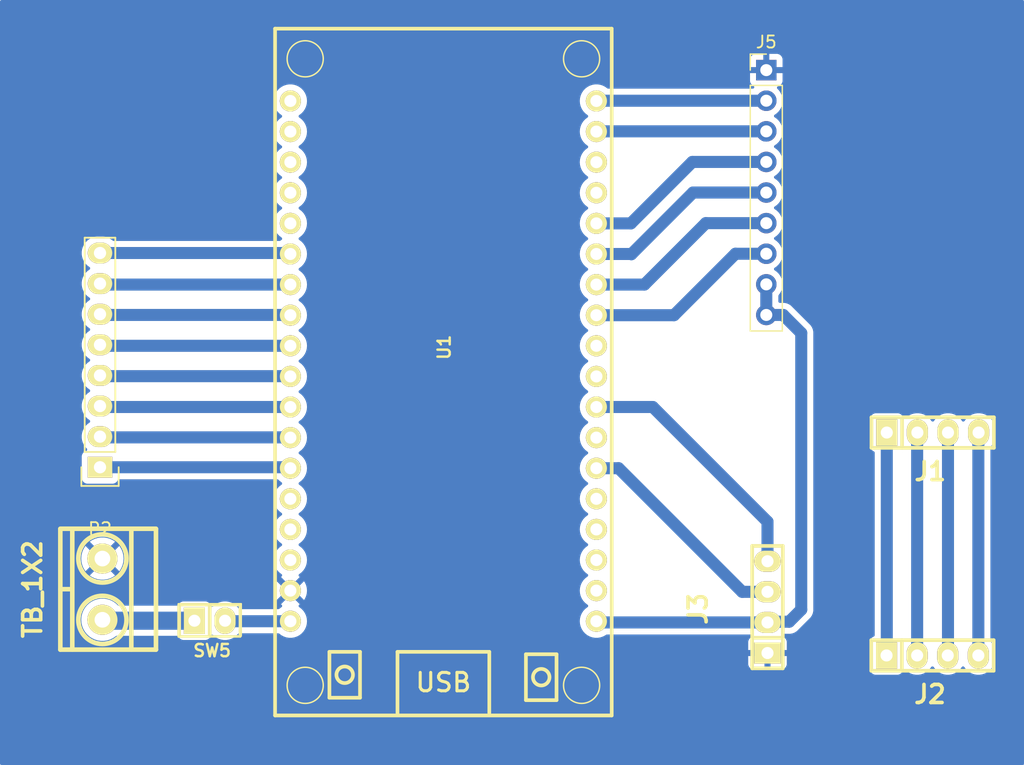
<source format=kicad_pcb>
(kicad_pcb (version 20240108) (generator "pcbnew") (generator_version "8.0")
  (layers (0 "F.Cu" signal) (31 "B.Cu" signal) (34 "B.Paste" user) (35 "F.Paste" user) (36 "B.SilkS" user "B.Silkscreen") (37 "F.SilkS" user "F.Silkscreen") (38 "B.Mask" user) (39 "F.Mask" user) (44 "Edge.Cuts" user))
  (net 0 "")
  (net 1 "Net-(J1-Pin_4)")
  (net 2 "Net-(J1-Pin_2)")
  (net 3 "Net-(J1-Pin_3)")
  (net 4 "Net-(J1-Pin_1)")
  (net 5 "SCK(HX711)")
  (net 6 "D(HX711)")
  (net 7 "GND")
  (net 8 "+3.3V")
  (net 9 "SDI(MOSI)")
  (net 10 "SCK")
  (net 11 "CS")
  (net 12 "RST")
  (net 13 "D{slash}C")
  (net 14 "D6")
  (net 15 "D5")
  (net 16 "D4")
  (net 17 "D1")
  (net 18 "D7")
  (net 19 "D2")
  (net 20 "D3")
  (net 21 "D8")
  (net 22 "VCC")
  (net 23 "Net-(U1-VIN)")
  (net 40 "SDI(MISO)")
  (footprint "EESTN5:pin_strip_4" (layer "F.Cu") (at 197.41 114.4)
    (property "Reference" "J1" (at -0.2032 3.2258 0) (layer "F.SilkS") (effects (font (size 1.5 1.5) (thickness 0.3))))
    (property "Value" "Conn_01x04" (hide yes))
    (fp_line (start -5.08 -1.27) (end 5.08 -1.27) (stroke (width 0.3048)) (layer "F.SilkS"))
    (fp_line (start -5.08 1.27) (end -5.08 -1.27) (stroke (width 0.3048)) (layer "F.SilkS"))
    (fp_line (start -2.54 -1.27) (end -2.54 1.27) (stroke (width 0.3048)) (layer "F.SilkS"))
    (fp_line (start 5.08 -1.27) (end 5.08 1.27) (stroke (width 0.3048)) (layer "F.SilkS"))
    (fp_line (start 5.08 1.27) (end -5.08 1.27) (stroke (width 0.3048)) (layer "F.SilkS"))
    (pad "1" thru_hole rect (at -3.81 0) (size 1.75 2.2) (drill 1.00076) (layers "*.Cu" "*.Mask" "F.SilkS") (net 4 "Net-(J1-Pin_1)"))
    (pad "2" thru_hole oval (at -1.27 0) (size 1.75 2.2) (drill 1.00076) (layers "*.Cu" "*.Mask" "F.SilkS") (net 2 "Net-(J1-Pin_2)"))
    (pad "3" thru_hole oval (at 1.27 0) (size 1.75 2.2) (drill 1.00076) (layers "*.Cu" "*.Mask" "F.SilkS") (net 3 "Net-(J1-Pin_3)"))
    (pad "4" thru_hole oval (at 3.81 0) (size 1.75 2.2) (drill 1.00076) (layers "*.Cu" "*.Mask" "F.SilkS") (net 1 "Net-(J1-Pin_4)"))
  )
  (footprint "EESTN5:pin_strip_4" (layer "F.Cu") (at 183.7 128.89 90)
    (property "Reference" "J3" (at -0.1432 -5.7742 90) (layer "F.SilkS") (effects (font (size 1.5 1.5) (thickness 0.3))))
    (property "Value" "Conn_01x04" (hide yes))
    (fp_line (start 5.08 -1.27) (end 5.08 1.27) (stroke (width 0.3048)) (layer "F.SilkS"))
    (fp_line (start -2.54 -1.27) (end -2.54 1.27) (stroke (width 0.3048)) (layer "F.SilkS"))
    (fp_line (start -5.08 -1.27) (end 5.08 -1.27) (stroke (width 0.3048)) (layer "F.SilkS"))
    (fp_line (start 5.08 1.27) (end -5.08 1.27) (stroke (width 0.3048)) (layer "F.SilkS"))
    (fp_line (start -5.08 1.27) (end -5.08 -1.27) (stroke (width 0.3048)) (layer "F.SilkS"))
    (pad "1" thru_hole rect (at -3.81 0 90) (size 1.75 2.2) (drill 1.00076) (layers "*.Cu" "*.Mask" "F.SilkS") (net 7 "GND"))
    (pad "2" thru_hole oval (at -1.27 0 90) (size 1.75 2.2) (drill 1.00076) (layers "*.Cu" "*.Mask" "F.SilkS") (net 8 "+3.3V"))
    (pad "3" thru_hole oval (at 1.27 0 90) (size 1.75 2.2) (drill 1.00076) (layers "*.Cu" "*.Mask" "F.SilkS") (net 5 "SCK(HX711)"))
    (pad "4" thru_hole oval (at 3.81 0 90) (size 1.75 2.2) (drill 1.00076) (layers "*.Cu" "*.Mask" "F.SilkS") (net 6 "D(HX711)"))
  )
  (footprint "EESTN5:Pin_Header_Straight_1x08" (layer "F.Cu") (at 128.3 117.28 180)
    (property "Reference" "P2" (at 0 -5.1 0) (layer "F.SilkS"))
    (property "Value" "Tablero")
    (fp_line (start 1.55 -1.55) (end 1.55 0) (stroke (width 0.15)) (layer "F.SilkS"))
    (fp_line (start 1.27 19.05) (end -1.27 19.05) (stroke (width 0.15)) (layer "F.SilkS"))
    (fp_line (start 1.27 1.27) (end 1.27 19.05) (stroke (width 0.15)) (layer "F.SilkS"))
    (fp_line (start 1.27 1.27) (end -1.27 1.27) (stroke (width 0.15)) (layer "F.SilkS"))
    (fp_line (start -1.27 19.05) (end -1.27 1.27) (stroke (width 0.15)) (layer "F.SilkS"))
    (fp_line (start -1.55 0) (end -1.55 -1.55) (stroke (width 0.15)) (layer "F.SilkS"))
    (fp_line (start -1.55 -1.55) (end 1.55 -1.55) (stroke (width 0.15)) (layer "F.SilkS"))
    (pad "1" thru_hole rect (at 0 0 180) (size 2.032 1.7272) (drill 1.016) (layers "*.Cu" "*.Mask" "F.SilkS") (net 17 "D1"))
    (pad "2" thru_hole oval (at 0 2.54 180) (size 2.032 1.7272) (drill 1.016) (layers "*.Cu" "*.Mask" "F.SilkS") (net 19 "D2"))
    (pad "3" thru_hole oval (at 0 5.08 180) (size 2.032 1.7272) (drill 1.016) (layers "*.Cu" "*.Mask" "F.SilkS") (net 20 "D3"))
    (pad "4" thru_hole oval (at 0 7.62 180) (size 2.032 1.7272) (drill 1.016) (layers "*.Cu" "*.Mask" "F.SilkS") (net 16 "D4"))
    (pad "5" thru_hole oval (at 0 10.16 180) (size 2.032 1.7272) (drill 1.016) (layers "*.Cu" "*.Mask" "F.SilkS") (net 15 "D5"))
    (pad "6" thru_hole oval (at 0 12.7 180) (size 2.032 1.7272) (drill 1.016) (layers "*.Cu" "*.Mask" "F.SilkS") (net 14 "D6"))
    (pad "7" thru_hole oval (at 0 15.24 180) (size 2.032 1.7272) (drill 1.016) (layers "*.Cu" "*.Mask" "F.SilkS") (net 18 "D7"))
    (pad "8" thru_hole oval (at 0 17.78 180) (size 2.032 1.7272) (drill 1.016) (layers "*.Cu" "*.Mask" "F.SilkS") (net 21 "D8"))
  )
  (footprint "EESTN5:BORNERA2_AZUL" (layer "F.Cu") (at 128.5 127.4 -90)
    (property "Reference" "J4" (hide yes))
    (property "Value" "TB_1X2" (at 0 5.8 90) (layer "F.SilkS") (effects (font (size 1.5 1.5) (thickness 0.3))))
    (fp_line (start -4.9835 3.4925) (end 5.0165 3.4925) (stroke (width 0.381)) (layer "F.SilkS"))
    (fp_line (start 5.0165 3.4925) (end 5.0165 -4.445) (stroke (width 0.381)) (layer "F.SilkS"))
    (fp_line (start 0 2.54) (end 0 3.4845) (stroke (width 0.381)) (layer "F.SilkS"))
    (fp_line (start -5 2.5) (end 5 2.5) (stroke (width 0.381)) (layer "F.SilkS"))
    (fp_line (start -5 -2.4) (end 5 -2.4) (stroke (width 0.381)) (layer "F.SilkS"))
    (fp_line (start -5.0165 -4.445) (end -5.0165 3.4925) (stroke (width 0.381)) (layer "F.SilkS"))
    (fp_line (start 5.0165 -4.445) (end -4.9835 -4.445) (stroke (width 0.381)) (layer "F.SilkS"))
    (fp_circle (center -2.55 0) (end -0.55 0) (stroke (width 0.381)) (fill none) (layer "F.SilkS"))
    (fp_circle (center 2.55 0) (end 0.55 0) (stroke (width 0.381)) (fill none) (layer "F.SilkS"))
    (pad "1" thru_hole circle (at -2.54 0 270) (size 2.5 2.5) (drill 1.3) (layers "*.Cu" "*.Mask" "F.SilkS") (net 7 "GND"))
    (pad "2" thru_hole circle (at 2.54 0 270) (size 2.5 2.5) (drill 1.3) (layers "*.Cu" "*.Mask" "F.SilkS") (net 22 "VCC"))
  )
  (footprint "EESTN5:ESP32_DEVKIT_V1_DOIT" (layer "F.Cu") (at 156.8 107.2 -90)
    (property "Reference" "U1" (at 0.127 -0.0635 90) (layer "F.SilkS") (effects (font (size 1.016 1.016) (thickness 0.2032))))
    (property "Value" "ESP32_DevKit_V1_DOIT" (hide yes))
    (fp_line (start -26.32 13.97) (end 30.68 13.97) (stroke (width 0.3048)) (layer "F.SilkS"))
    (fp_line (start 30.68 13.97) (end 30.68 -13.97) (stroke (width 0.3048)) (layer "F.SilkS"))
    (fp_line (start 25.4 9.46) (end 25.4 6.92) (stroke (width 0.3048)) (layer "F.SilkS"))
    (fp_line (start 29.21 9.46) (end 25.4 9.46) (stroke (width 0.3048)) (layer "F.SilkS"))
    (fp_line (start 25.4 6.92) (end 29.21 6.92) (stroke (width 0.3048)) (layer "F.SilkS"))
    (fp_line (start 29.21 6.92) (end 29.21 9.46) (stroke (width 0.3048)) (layer "F.SilkS"))
    (fp_line (start 25.4 3.81) (end 30.48 3.81) (stroke (width 0.3048)) (layer "F.SilkS"))
    (fp_line (start 25.4 -3.81) (end 25.4 3.81) (stroke (width 0.3048)) (layer "F.SilkS"))
    (fp_line (start 30.48 -3.81) (end 25.4 -3.81) (stroke (width 0.3048)) (layer "F.SilkS"))
    (fp_line (start 25.6 -6.85) (end 29.41 -6.85) (stroke (width 0.3048)) (layer "F.SilkS"))
    (fp_line (start 29.41 -6.85) (end 29.41 -9.39) (stroke (width 0.3048)) (layer "F.SilkS"))
    (fp_line (start 25.6 -9.39) (end 25.6 -6.85) (stroke (width 0.3048)) (layer "F.SilkS"))
    (fp_line (start 29.41 -9.39) (end 25.6 -9.39) (stroke (width 0.3048)) (layer "F.SilkS"))
    (fp_line (start -26.32 -13.97) (end -26.32 13.97) (stroke (width 0.3048)) (layer "F.SilkS"))
    (fp_line (start -26.32 -13.97) (end 30.68 -13.97) (stroke (width 0.3048)) (layer "F.SilkS"))
    (fp_circle (center -23.82 11.47) (end -22.32 11.47) (stroke (width 0.12)) (fill none) (layer "F.SilkS"))
    (fp_circle (center 28.18 11.47) (end 29.68 11.47) (stroke (width 0.12)) (fill none) (layer "F.SilkS"))
    (fp_circle (center 27.305 8.19) (end 27.8765 8.571) (stroke (width 0.3048)) (fill none) (layer "F.SilkS"))
    (fp_circle (center 27.505 -8.12) (end 28.0765 -7.739) (stroke (width 0.3048)) (fill none) (layer "F.SilkS"))
    (fp_circle (center -23.82 -11.47) (end -22.32 -11.47) (stroke (width 0.12)) (fill none) (layer "F.SilkS"))
    (fp_circle (center 28.18 -11.47) (end 29.68 -11.47) (stroke (width 0.12)) (fill none) (layer "F.SilkS"))
    (fp_text user "USB" (at 27.94 0 0) (layer "F.SilkS") (effects (font (size 1.524 1.524) (thickness 0.254))))
    (pad "1" thru_hole circle (at -20.32 12.7 90) (size 1.75 1.75) (drill 1) (layers "*.Cu" "*.Mask" "F.SilkS"))
    (pad "2" thru_hole circle (at -17.78 12.7 90) (size 1.75 1.75) (drill 1) (layers "*.Cu" "*.Mask" "F.SilkS"))
    (pad "3" thru_hole circle (at -15.24 12.7 90) (size 1.75 1.75) (drill 1) (layers "*.Cu" "*.Mask" "F.SilkS"))
    (pad "4" thru_hole circle (at -12.7 12.7 90) (size 1.75 1.75) (drill 1) (layers "*.Cu" "*.Mask" "F.SilkS"))
    (pad "5" thru_hole circle (at -10.16 12.7 90) (size 1.75 1.75) (drill 1) (layers "*.Cu" "*.Mask" "F.SilkS"))
    (pad "6" thru_hole circle (at -7.62 12.7 90) (size 1.75 1.75) (drill 1) (layers "*.Cu" "*.Mask" "F.SilkS") (net 21 "D8"))
    (pad "7" thru_hole circle (at -5.08 12.7 90) (size 1.75 1.75) (drill 1) (layers "*.Cu" "*.Mask" "F.SilkS") (net 18 "D7"))
    (pad "8" thru_hole circle (at -2.54 12.7 90) (size 1.75 1.75) (drill 1) (layers "*.Cu" "*.Mask" "F.SilkS") (net 14 "D6"))
    (pad "9" thru_hole circle (at 0 12.7 90) (size 1.75 1.75) (drill 1) (layers "*.Cu" "*.Mask" "F.SilkS") (net 15 "D5"))
    (pad "10" thru_hole circle (at 2.54 12.7 90) (size 1.75 1.75) (drill 1) (layers "*.Cu" "*.Mask" "F.SilkS") (net 16 "D4"))
    (pad "11" thru_hole circle (at 5.08 12.7 90) (size 1.75 1.75) (drill 1) (layers "*.Cu" "*.Mask" "F.SilkS") (net 20 "D3"))
    (pad "12" thru_hole circle (at 7.62 12.7 90) (size 1.75 1.75) (drill 1) (layers "*.Cu" "*.Mask" "F.SilkS") (net 19 "D2"))
    (pad "13" thru_hole circle (at 10.16 12.7 90) (size 1.75 1.75) (drill 1) (layers "*.Cu" "*.Mask" "F.SilkS") (net 17 "D1"))
    (pad "14" thru_hole circle (at 12.7 12.7 90) (size 1.75 1.75) (drill 1) (layers "*.Cu" "*.Mask" "F.SilkS"))
    (pad "15" thru_hole circle (at 15.24 12.7 90) (size 1.75 1.75) (drill 1) (layers "*.Cu" "*.Mask" "F.SilkS"))
    (pad "16" thru_hole circle (at 17.78 12.7 90) (size 1.75 1.75) (drill 1) (layers "*.Cu" "*.Mask" "F.SilkS"))
    (pad "17" thru_hole circle (at 20.32 12.7 90) (size 1.75 1.75) (drill 1) (layers "*.Cu" "*.Mask" "F.SilkS") (net 7 "GND"))
    (pad "18" thru_hole circle (at 22.86 12.7 90) (size 1.75 1.75) (drill 1) (layers "*.Cu" "*.Mask" "F.SilkS") (net 23 "Net-(U1-VIN)"))
    (pad "19" thru_hole circle (at 22.86 -12.7 90) (size 1.75 1.75) (drill 1) (layers "*.Cu" "*.Mask" "F.SilkS") (net 8 "+3.3V"))
    (pad "20" thru_hole circle (at 20.32 -12.7 90) (size 1.75 1.75) (drill 1) (layers "*.Cu" "*.Mask" "F.SilkS"))
    (pad "21" thru_hole circle (at 17.78 -12.7 90) (size 1.75 1.75) (drill 1) (layers "*.Cu" "*.Mask" "F.SilkS"))
    (pad "22" thru_hole circle (at 15.24 -12.7 90) (size 1.75 1.75) (drill 1) (layers "*.Cu" "*.Mask" "F.SilkS"))
    (pad "23" thru_hole circle (at 12.7 -12.7 90) (size 1.75 1.75) (drill 1) (layers "*.Cu" "*.Mask" "F.SilkS"))
    (pad "24" thru_hole circle (at 10.16 -12.7 90) (size 1.75 1.75) (drill 1) (layers "*.Cu" "*.Mask" "F.SilkS") (net 5 "SCK(HX711)"))
    (pad "25" thru_hole circle (at 7.62 -12.7 90) (size 1.75 1.75) (drill 1) (layers "*.Cu" "*.Mask" "F.SilkS"))
    (pad "26" thru_hole circle (at 5.08 -12.7 90) (size 1.75 1.75) (drill 1) (layers "*.Cu" "*.Mask" "F.SilkS") (net 6 "D(HX711)"))
    (pad "27" thru_hole circle (at 2.54 -12.7 90) (size 1.75 1.75) (drill 1) (layers "*.Cu" "*.Mask" "F.SilkS"))
    (pad "28" thru_hole circle (at 0 -12.7 90) (size 1.75 1.75) (drill 1) (layers "*.Cu" "*.Mask" "F.SilkS"))
    (pad "29" thru_hole circle (at -2.54 -12.7 90) (size 1.75 1.75) (drill 1) (layers "*.Cu" "*.Mask" "F.SilkS") (net 11 "CS"))
    (pad "30" thru_hole circle (at -5.08 -12.7 90) (size 1.75 1.75) (drill 1) (layers "*.Cu" "*.Mask" "F.SilkS") (net 10 "SCK"))
    (pad "31" thru_hole circle (at -7.62 -12.7 90) (size 1.75 1.75) (drill 1) (layers "*.Cu" "*.Mask" "F.SilkS") (net 40 "SDI(MISO)"))
    (pad "32" thru_hole circle (at -10.16 -12.7 90) (size 1.75 1.75) (drill 1) (layers "*.Cu" "*.Mask" "F.SilkS") (net 12 "RST"))
    (pad "33" thru_hole circle (at -12.7 -12.7 90) (size 1.75 1.75) (drill 1) (layers "*.Cu" "*.Mask" "F.SilkS"))
    (pad "34" thru_hole circle (at -15.24 -12.7 90) (size 1.75 1.75) (drill 1) (layers "*.Cu" "*.Mask" "F.SilkS"))
    (pad "35" thru_hole circle (at -17.78 -12.7 90) (size 1.75 1.75) (drill 1) (layers "*.Cu" "*.Mask" "F.SilkS") (net 13 "D{slash}C"))
    (pad "36" thru_hole circle (at -20.32 -12.7 90) (size 1.75 1.75) (drill 1) (layers "*.Cu" "*.Mask" "F.SilkS") (net 9 "SDI(MOSI)"))
  )
  (footprint "EESTN5:pin_strip_4" (layer "F.Cu") (at 197.39 132.9)
    (property "Reference" "J2" (at -0.2032 3.2258 0) (layer "F.SilkS") (effects (font (size 1.5 1.5) (thickness 0.3))))
    (property "Value" "Conn_01x04" (hide yes))
    (fp_line (start -5.08 -1.27) (end 5.08 -1.27) (stroke (width 0.3048)) (layer "F.SilkS"))
    (fp_line (start -5.08 1.27) (end -5.08 -1.27) (stroke (width 0.3048)) (layer "F.SilkS"))
    (fp_line (start -2.54 -1.27) (end -2.54 1.27) (stroke (width 0.3048)) (layer "F.SilkS"))
    (fp_line (start 5.08 -1.27) (end 5.08 1.27) (stroke (width 0.3048)) (layer "F.SilkS"))
    (fp_line (start 5.08 1.27) (end -5.08 1.27) (stroke (width 0.3048)) (layer "F.SilkS"))
    (pad "1" thru_hole rect (at -3.81 0) (size 1.75 2.2) (drill 1.00076) (layers "*.Cu" "*.Mask" "F.SilkS") (net 4 "Net-(J1-Pin_1)"))
    (pad "2" thru_hole oval (at -1.27 0) (size 1.75 2.2) (drill 1.00076) (layers "*.Cu" "*.Mask" "F.SilkS") (net 2 "Net-(J1-Pin_2)"))
    (pad "3" thru_hole oval (at 1.27 0) (size 1.75 2.2) (drill 1.00076) (layers "*.Cu" "*.Mask" "F.SilkS") (net 3 "Net-(J1-Pin_3)"))
    (pad "4" thru_hole oval (at 3.81 0) (size 1.75 2.2) (drill 1.00076) (layers "*.Cu" "*.Mask" "F.SilkS") (net 1 "Net-(J1-Pin_4)"))
  )
  (footprint "Connector_PinHeader_2.54mm:PinHeader_1x09_P2.54mm_Vertical" (layer "F.Cu") (at 183.6 84.32)
    (property "Reference" "J5" (at 0 -2.33 0) (layer "F.SilkS"))
    (property "Value" "ILI9341")
    (fp_line (start -1.33 -1.33) (end 0 -1.33) (stroke (width 0.12)) (layer "F.SilkS"))
    (fp_line (start -1.33 0) (end -1.33 -1.33) (stroke (width 0.12)) (layer "F.SilkS"))
    (fp_line (start -1.33 1.27) (end -1.33 21.65) (stroke (width 0.12)) (layer "F.SilkS"))
    (fp_line (start -1.33 1.27) (end 1.33 1.27) (stroke (width 0.12)) (layer "F.SilkS"))
    (fp_line (start -1.33 21.65) (end 1.33 21.65) (stroke (width 0.12)) (layer "F.SilkS"))
    (fp_line (start 1.33 1.27) (end 1.33 21.65) (stroke (width 0.12)) (layer "F.SilkS"))
    (pad "1" thru_hole rect (at 0 0) (size 1.7 1.7) (drill 1) (layers "*.Cu" "*.Mask") (net 7 "GND"))
    (pad "2" thru_hole oval (at 0 2.54) (size 1.7 1.7) (drill 1) (layers "*.Cu" "*.Mask") (net 9 "SDI(MOSI)"))
    (pad "3" thru_hole oval (at 0 5.08) (size 1.7 1.7) (drill 1) (layers "*.Cu" "*.Mask") (net 13 "D{slash}C"))
    (pad "4" thru_hole oval (at 0 7.62) (size 1.7 1.7) (drill 1) (layers "*.Cu" "*.Mask") (net 12 "RST"))
    (pad "5" thru_hole oval (at 0 10.16) (size 1.7 1.7) (drill 1) (layers "*.Cu" "*.Mask") (net 40 "SDI(MISO)"))
    (pad "6" thru_hole oval (at 0 12.7) (size 1.7 1.7) (drill 1) (layers "*.Cu" "*.Mask") (net 10 "SCK"))
    (pad "7" thru_hole oval (at 0 15.24) (size 1.7 1.7) (drill 1) (layers "*.Cu" "*.Mask") (net 11 "CS"))
    (pad "8" thru_hole oval (at 0 17.78) (size 1.7 1.7) (drill 1) (layers "*.Cu" "*.Mask") (net 8 "+3.3V"))
    (pad "9" thru_hole oval (at 0 20.32) (size 1.7 1.7) (drill 1) (layers "*.Cu" "*.Mask") (net 8 "+3.3V"))
  )
  (footprint "EESTN5:Pin_Header_2" (layer "F.Cu") (at 137.40695 129.7)
    (property "Reference" "SW5" (at 0.2 2.8 0) (layer "F.SilkS") (effects (font (size 1.016 1.016) (thickness 0.2032))))
    (property "Value" "SW_Push" (hide yes))
    (fp_line (start -2.6035 -0.889) (end -2.6035 -1.0795) (stroke (width 0.15)) (layer "F.SilkS"))
    (fp_line (start -2.54 -0.9525) (end 2.54 -0.9525) (stroke (width 0.15)) (layer "F.SilkS"))
    (fp_line (start -2.54 1.5875) (end -2.54 -0.9525) (stroke (width 0.3048)) (layer "F.SilkS"))
    (fp_line (start 0 -0.9525) (end 0 1.5875) (stroke (width 0.3048)) (layer "F.SilkS"))
    (fp_line (start 2.4765 -1.016) (end 2.4765 1.5875) (stroke (width 0.15)) (layer "F.SilkS"))
    (fp_line (start 2.54 1.5875) (end -2.54 1.5875) (stroke (width 0.15)) (layer "F.SilkS"))
    (fp_line (start 2.54 1.651) (end -2.6035 1.651) (stroke (width 0.15)) (layer "F.SilkS"))
    (fp_line (start 2.54 1.651) (end 2.54 -1.016) (stroke (width 0.15)) (layer "F.SilkS"))
    (fp_line (start 2.6035 -1.0795) (end -2.54 -1.0795) (stroke (width 0.15)) (layer "F.SilkS"))
    (fp_line (start 2.6035 -1.0795) (end 2.6035 -0.6985) (stroke (width 0.15)) (layer "F.SilkS"))
    (fp_line (start 2.6035 1.5875) (end 2.6035 -0.9525) (stroke (width 0.15)) (layer "F.SilkS"))
    (pad "1" thru_hole rect (at -1.27 0.3175) (size 1.75 2.19964) (drill 1.00076) (layers "*.Cu" "*.Mask" "F.SilkS") (net 22 "VCC"))
    (pad "2" thru_hole oval (at 1.27 0.3175) (size 1.75 2.19964) (drill 1.00076) (layers "*.Cu" "*.Mask" "F.SilkS") (net 23 "Net-(U1-VIN)"))
  )
  (segment (start 201.2 132.9) (end 201.2 114.42) (width 1) (layer "B.Cu") (net 1))
  (segment (start 201.2 114.42) (end 201.22 114.4) (width 1) (layer "B.Cu") (net 1))
  (segment (start 196.12 114.42) (end 196.14 114.4) (width 1) (layer "B.Cu") (net 2))
  (segment (start 196.12 132.9) (end 196.12 114.42) (width 1) (layer "B.Cu") (net 2))
  (segment (start 198.68 132.88) (end 198.66 132.9) (width 1) (layer "B.Cu") (net 3))
  (segment (start 198.68 114.4) (end 198.68 132.88) (width 1) (layer "B.Cu") (net 3))
  (segment (start 193.6 114.4) (end 193.6 132.88) (width 1) (layer "B.Cu") (net 4))
  (segment (start 193.6 132.88) (end 193.58 132.9) (width 1) (layer "B.Cu") (net 4))
  (segment (start 171.34 117.36) (end 181.6 127.62) (width 1) (layer "B.Cu") (net 5))
  (segment (start 169.5 117.36) (end 171.34 117.36) (width 1) (layer "B.Cu") (net 5))
  (segment (start 181.6 127.62) (end 183.7 127.62) (width 1) (layer "B.Cu") (net 5))
  (segment (start 174.18 112.28) (end 169.5 112.28) (width 1) (layer "B.Cu") (net 6))
  (segment (start 183.7 125.08) (end 183.7 121.8) (width 1) (layer "B.Cu") (net 6))
  (segment (start 183.7 121.8) (end 174.18 112.28) (width 1) (layer "B.Cu") (net 6))
  (segment (start 183.6 84.32) (end 183.54 84.38) (width 1) (layer "B.Cu") (net 7))
  (segment (start 128.5 124.86) (end 128.6 124.96) (width 1.5) (layer "B.Cu") (net 7))
  (segment (start 183.7 130.16) (end 169.6 130.16) (width 1) (layer "B.Cu") (net 8))
  (segment (start 183.6 104.64) (end 185 104.64) (width 1) (layer "B.Cu") (net 8))
  (segment (start 185 104.64) (end 186.5 106.14) (width 1) (layer "B.Cu") (net 8))
  (segment (start 183.6 102.1) (end 183.6 104.64) (width 1) (layer "B.Cu") (net 8))
  (segment (start 169.6 130.16) (end 169.5 130.06) (width 1) (layer "B.Cu") (net 8))
  (segment (start 186.5 129.1) (end 185.5 130.1) (width 1) (layer "B.Cu") (net 8))
  (segment (start 185.5 130.1) (end 183.8 130.1) (width 1) (layer "B.Cu") (net 8))
  (segment (start 186.5 106.14) (end 186.5 129.1) (width 1) (layer "B.Cu") (net 8))
  (segment (start 169.5 86.88) (end 169.52 86.86) (width 1) (layer "B.Cu") (net 9))
  (segment (start 169.52 86.86) (end 183.6 86.86) (width 1) (layer "B.Cu") (net 9))
  (segment (start 173.48 102.12) (end 178.58 97.02) (width 1) (layer "B.Cu") (net 10))
  (segment (start 178.58 97.02) (end 183.6 97.02) (width 1) (layer "B.Cu") (net 10))
  (segment (start 169.5 102.12) (end 173.48 102.12) (width 1) (layer "B.Cu") (net 10))
  (segment (start 169.5 104.66) (end 175.94 104.66) (width 1) (layer "B.Cu") (net 11))
  (segment (start 181.04 99.56) (end 183.6 99.56) (width 1) (layer "B.Cu") (net 11))
  (segment (start 175.94 104.66) (end 181.04 99.56) (width 1) (layer "B.Cu") (net 11))
  (segment (start 183.6 91.94) (end 183.34 92.2) (width 1) (layer "B.Cu") (net 12))
  (segment (start 172.36 97.04) (end 177.46 91.94) (width 1) (layer "B.Cu") (net 12))
  (segment (start 177.46 91.94) (end 183.6 91.94) (width 1) (layer "B.Cu") (net 12))
  (segment (start 169.5 97.04) (end 172.36 97.04) (width 1) (layer "B.Cu") (net 12))
  (segment (start 183.6 89.4) (end 183.48 89.52) (width 1) (layer "B.Cu") (net 13))
  (segment (start 183.6 89.4) (end 183.56 89.36) (width 1) (layer "B.Cu") (net 13))
  (segment (start 183.48 89.74) (end 183.6 89.62) (width 1) (layer "B.Cu") (net 13))
  (segment (start 183.6 89.62) (end 183.6 89.4) (width 1) (layer "B.Cu") (net 13))
  (segment (start 183.6 89.4) (end 169.52 89.4) (width 1) (layer "B.Cu") (net 13))
  (segment (start 169.52 89.4) (end 169.5 89.42) (width 1) (layer "B.Cu") (net 13))
  (segment (start 144.08 104.64) (end 144.1 104.66) (width 1) (layer "B.Cu") (net 14))
  (segment (start 128.36 104.64) (end 144.08 104.64) (width 1) (layer "B.Cu") (net 14))
  (segment (start 128.3 104.58) (end 128.36 104.64) (width 1) (layer "B.Cu") (net 14))
  (segment (start 144.1 107.2) (end 128.38 107.2) (width 1) (layer "B.Cu") (net 15))
  (segment (start 128.38 107.2) (end 128.3 107.12) (width 1) (layer "B.Cu") (net 15))
  (segment (start 128.3 109.66) (end 128.36 109.72) (width 1) (layer "B.Cu") (net 16))
  (segment (start 144.08 109.72) (end 144.1 109.74) (width 1) (layer "B.Cu") (net 16))
  (segment (start 128.36 109.72) (end 144.08 109.72) (width 1) (layer "B.Cu") (net 16))
  (segment (start 144.02 117.28) (end 144.1 117.36) (width 1) (layer "B.Cu") (net 17))
  (segment (start 128.3 117.28) (end 144.02 117.28) (width 1) (layer "B.Cu") (net 17))
  (segment (start 144.1 102.12) (end 128.38 102.12) (width 1) (layer "B.Cu") (net 18))
  (segment (start 128.38 102.12) (end 128.3 102.04) (width 1) (layer "B.Cu") (net 18))
  (segment (start 144.08 114.8) (end 144.1 114.82) (width 1) (layer "B.Cu") (net 19))
  (segment (start 128.3 114.74) (end 128.36 114.8) (width 1) (layer "B.Cu") (net 19))
  (segment (start 128.36 114.8) (end 144.08 114.8) (width 1) (layer "B.Cu") (net 19))
  (segment (start 128.38 112.28) (end 128.3 112.2) (width 1) (layer "B.Cu") (net 20))
  (segment (start 144.1 112.28) (end 128.38 112.28) (width 1) (layer "B.Cu") (net 20))
  (segment (start 144.02 99.5) (end 144.1 99.58) (width 1) (layer "B.Cu") (net 21))
  (segment (start 128.3 99.5) (end 144.02 99.5) (width 1) (layer "B.Cu") (net 21))
  (segment (start 136.0125 130.06) (end 135.97 130.0175) (width 1) (layer "B.Cu") (net 22))
  (segment (start 136.13695 130.0175) (end 128.5775 130.0175) (width 1.5) (layer "B.Cu") (net 22))
  (segment (start 138.71945 130.06) (end 138.67695 130.0175) (width 1) (layer "B.Cu") (net 23))
  (segment (start 144.1 130.06) (end 138.71945 130.06) (width 1) (layer "B.Cu") (net 23))
  (segment (start 172.4 99.6) (end 172.38 99.58) (width 1) (layer "B.Cu") (net 40))
  (segment (start 172.38 99.58) (end 169.5 99.58) (width 1) (layer "B.Cu") (net 40))
  (segment (start 177.52 94.48) (end 172.4 99.6) (width 1) (layer "B.Cu") (net 40))
  (segment (start 183.6 94.48) (end 177.52 94.48) (width 1) (layer "B.Cu") (net 40))
  (zone (net 7) (net_name "GND") (layer "B.Cu") (connect_pads (clearance 0.5)) (min_thickness 0.25) (fill yes (thermal_gap 0.5) (thermal_bridge_width 0.5))
    (polygon (pts (xy 120 78.5) (xy 205 78.5) (xy 205 142) (xy 120 142)))
  )
)
</source>
